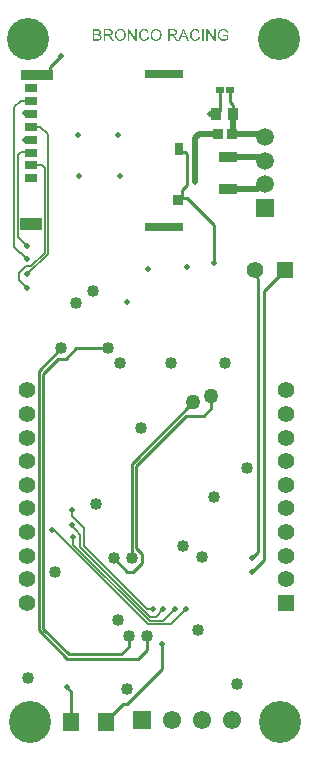
<source format=gbr>
%TF.GenerationSoftware,Altium Limited,Altium Designer,20.0.9 (164)*%
G04 Layer_Physical_Order=1*
G04 Layer_Color=255*
%FSLAX26Y26*%
%MOIN*%
%TF.FileFunction,Copper,L1,Top,Signal*%
%TF.Part,Single*%
G01*
G75*
%TA.AperFunction,SMDPad,CuDef*%
%ADD10R,0.055118X0.059055*%
%ADD11R,0.033465X0.035433*%
%ADD12R,0.025984X0.024409*%
%ADD13R,0.037402X0.041339*%
%TA.AperFunction,ConnectorPad*%
%ADD14R,0.043307X0.027559*%
%ADD15R,0.110236X0.033858*%
%ADD16R,0.129921X0.027559*%
%ADD17R,0.072047X0.044882*%
%ADD18R,0.030709X0.041339*%
%ADD19R,0.036614X0.035433*%
%TA.AperFunction,SMDPad,CuDef*%
%ADD20R,0.062992X0.035433*%
%TA.AperFunction,Conductor*%
%ADD21C,0.010000*%
%ADD22C,0.006000*%
%ADD23C,0.020000*%
%TA.AperFunction,ComponentPad*%
%ADD24R,0.055118X0.055118*%
%ADD25C,0.055118*%
%ADD26C,0.061024*%
%ADD27R,0.061024X0.061024*%
%ADD28C,0.059055*%
%ADD29R,0.059055X0.059055*%
%TA.AperFunction,ViaPad*%
%ADD30C,0.020000*%
%ADD31C,0.040000*%
%ADD32C,0.050000*%
%ADD33C,0.140000*%
G36*
X1632202Y3039655D02*
X1632607D01*
X1633106Y3039593D01*
X1633668Y3039530D01*
X1634292Y3039437D01*
X1635010Y3039312D01*
X1635758Y3039156D01*
X1636538Y3038969D01*
X1637318Y3038719D01*
X1638130Y3038439D01*
X1638972Y3038126D01*
X1639783Y3037721D01*
X1640563Y3037284D01*
X1641312Y3036754D01*
X1641343Y3036722D01*
X1641499Y3036629D01*
X1641686Y3036442D01*
X1641967Y3036223D01*
X1642279Y3035911D01*
X1642654Y3035537D01*
X1643028Y3035100D01*
X1643465Y3034632D01*
X1643933Y3034070D01*
X1644370Y3033447D01*
X1644838Y3032760D01*
X1645274Y3032043D01*
X1645711Y3031231D01*
X1646117Y3030389D01*
X1646491Y3029453D01*
X1646803Y3028486D01*
X1641811Y3027331D01*
Y3027394D01*
X1641749Y3027519D01*
X1641686Y3027737D01*
X1641562Y3028018D01*
X1641437Y3028361D01*
X1641250Y3028767D01*
X1641062Y3029203D01*
X1640813Y3029671D01*
X1640282Y3030670D01*
X1639596Y3031668D01*
X1639222Y3032136D01*
X1638816Y3032604D01*
X1638379Y3033041D01*
X1637911Y3033415D01*
X1637880Y3033447D01*
X1637786Y3033509D01*
X1637662Y3033602D01*
X1637443Y3033727D01*
X1637194Y3033852D01*
X1636913Y3034039D01*
X1636570Y3034195D01*
X1636164Y3034383D01*
X1635727Y3034570D01*
X1635259Y3034726D01*
X1634729Y3034913D01*
X1634167Y3035038D01*
X1633574Y3035162D01*
X1632919Y3035256D01*
X1632264Y3035318D01*
X1631546Y3035350D01*
X1631110D01*
X1630798Y3035318D01*
X1630423Y3035287D01*
X1629986Y3035225D01*
X1629487Y3035162D01*
X1628957Y3035100D01*
X1628395Y3034975D01*
X1627802Y3034819D01*
X1627178Y3034663D01*
X1626554Y3034445D01*
X1625930Y3034227D01*
X1625306Y3033914D01*
X1624714Y3033602D01*
X1624152Y3033228D01*
X1624121Y3033197D01*
X1624027Y3033135D01*
X1623871Y3033010D01*
X1623684Y3032854D01*
X1623434Y3032635D01*
X1623154Y3032354D01*
X1622842Y3032074D01*
X1622530Y3031731D01*
X1622186Y3031325D01*
X1621843Y3030888D01*
X1621469Y3030420D01*
X1621126Y3029921D01*
X1620814Y3029390D01*
X1620502Y3028798D01*
X1620221Y3028174D01*
X1619971Y3027519D01*
Y3027487D01*
X1619909Y3027363D01*
X1619878Y3027175D01*
X1619784Y3026894D01*
X1619690Y3026582D01*
X1619597Y3026177D01*
X1619503Y3025740D01*
X1619378Y3025241D01*
X1619254Y3024711D01*
X1619160Y3024149D01*
X1619066Y3023525D01*
X1618973Y3022901D01*
X1618848Y3021559D01*
X1618786Y3020155D01*
Y3020093D01*
Y3019937D01*
Y3019687D01*
X1618817Y3019344D01*
Y3018907D01*
X1618848Y3018408D01*
X1618910Y3017847D01*
X1618973Y3017254D01*
X1619035Y3016599D01*
X1619129Y3015912D01*
X1619378Y3014477D01*
X1619722Y3013010D01*
X1619940Y3012293D01*
X1620190Y3011575D01*
X1620221Y3011544D01*
X1620252Y3011419D01*
X1620346Y3011232D01*
X1620470Y3010983D01*
X1620626Y3010671D01*
X1620814Y3010327D01*
X1621032Y3009953D01*
X1621282Y3009516D01*
X1621562Y3009079D01*
X1621906Y3008642D01*
X1622280Y3008175D01*
X1622654Y3007738D01*
X1623091Y3007301D01*
X1623559Y3006864D01*
X1624090Y3006490D01*
X1624620Y3006115D01*
X1624651Y3006084D01*
X1624745Y3006053D01*
X1624932Y3005959D01*
X1625150Y3005834D01*
X1625431Y3005710D01*
X1625774Y3005554D01*
X1626149Y3005398D01*
X1626586Y3005242D01*
X1627054Y3005055D01*
X1627553Y3004898D01*
X1628083Y3004742D01*
X1628645Y3004618D01*
X1629238Y3004493D01*
X1629862Y3004399D01*
X1630486Y3004368D01*
X1631141Y3004337D01*
X1631328D01*
X1631546Y3004368D01*
X1631858D01*
X1632233Y3004399D01*
X1632638Y3004462D01*
X1633138Y3004555D01*
X1633637Y3004649D01*
X1634198Y3004774D01*
X1634791Y3004930D01*
X1635384Y3005117D01*
X1635977Y3005367D01*
X1636601Y3005647D01*
X1637194Y3005959D01*
X1637786Y3006334D01*
X1638348Y3006771D01*
X1638379Y3006802D01*
X1638473Y3006895D01*
X1638629Y3007020D01*
X1638816Y3007238D01*
X1639066Y3007488D01*
X1639346Y3007800D01*
X1639658Y3008175D01*
X1639970Y3008611D01*
X1640282Y3009110D01*
X1640626Y3009641D01*
X1640969Y3010234D01*
X1641312Y3010920D01*
X1641624Y3011606D01*
X1641905Y3012387D01*
X1642154Y3013229D01*
X1642373Y3014102D01*
X1647458Y3012823D01*
Y3012792D01*
X1647427Y3012761D01*
Y3012667D01*
X1647396Y3012543D01*
X1647271Y3012231D01*
X1647146Y3011794D01*
X1646959Y3011263D01*
X1646741Y3010671D01*
X1646460Y3009984D01*
X1646117Y3009267D01*
X1645774Y3008518D01*
X1645337Y3007738D01*
X1644869Y3006958D01*
X1644338Y3006146D01*
X1643746Y3005367D01*
X1643122Y3004618D01*
X1642435Y3003931D01*
X1641686Y3003276D01*
X1641624Y3003245D01*
X1641499Y3003151D01*
X1641250Y3002964D01*
X1640938Y3002777D01*
X1640532Y3002527D01*
X1640064Y3002247D01*
X1639502Y3001934D01*
X1638878Y3001654D01*
X1638161Y3001342D01*
X1637381Y3001030D01*
X1636538Y3000749D01*
X1635665Y3000499D01*
X1634698Y3000312D01*
X1633699Y3000156D01*
X1632638Y3000031D01*
X1631546Y3000000D01*
X1631266D01*
X1630954Y3000031D01*
X1630517D01*
X1629986Y3000062D01*
X1629394Y3000125D01*
X1628707Y3000218D01*
X1627958Y3000312D01*
X1627178Y3000437D01*
X1626367Y3000624D01*
X1625525Y3000811D01*
X1624682Y3001061D01*
X1623840Y3001342D01*
X1623029Y3001685D01*
X1622218Y3002059D01*
X1621469Y3002496D01*
X1621438Y3002527D01*
X1621313Y3002621D01*
X1621094Y3002777D01*
X1620845Y3002964D01*
X1620502Y3003245D01*
X1620127Y3003557D01*
X1619722Y3003931D01*
X1619285Y3004368D01*
X1618817Y3004836D01*
X1618318Y3005398D01*
X1617850Y3005990D01*
X1617350Y3006646D01*
X1616882Y3007363D01*
X1616414Y3008143D01*
X1615978Y3008954D01*
X1615572Y3009828D01*
X1615541Y3009890D01*
X1615478Y3010046D01*
X1615385Y3010296D01*
X1615260Y3010671D01*
X1615104Y3011107D01*
X1614917Y3011638D01*
X1614761Y3012231D01*
X1614574Y3012917D01*
X1614355Y3013666D01*
X1614199Y3014446D01*
X1614012Y3015319D01*
X1613856Y3016193D01*
X1613731Y3017129D01*
X1613638Y3018096D01*
X1613575Y3019095D01*
X1613544Y3020124D01*
Y3020155D01*
Y3020186D01*
Y3020280D01*
Y3020405D01*
X1613575Y3020717D01*
Y3021122D01*
X1613606Y3021653D01*
X1613669Y3022246D01*
X1613731Y3022932D01*
X1613825Y3023681D01*
X1613950Y3024461D01*
X1614106Y3025303D01*
X1614293Y3026177D01*
X1614511Y3027050D01*
X1614761Y3027955D01*
X1615073Y3028860D01*
X1615416Y3029734D01*
X1615822Y3030576D01*
X1615853Y3030639D01*
X1615915Y3030763D01*
X1616071Y3031013D01*
X1616258Y3031325D01*
X1616477Y3031668D01*
X1616758Y3032105D01*
X1617101Y3032573D01*
X1617475Y3033103D01*
X1617912Y3033634D01*
X1618411Y3034195D01*
X1618942Y3034757D01*
X1619534Y3035318D01*
X1620158Y3035880D01*
X1620814Y3036379D01*
X1621531Y3036878D01*
X1622311Y3037347D01*
X1622374Y3037378D01*
X1622498Y3037440D01*
X1622748Y3037565D01*
X1623060Y3037721D01*
X1623466Y3037877D01*
X1623934Y3038095D01*
X1624464Y3038314D01*
X1625057Y3038532D01*
X1625743Y3038751D01*
X1626461Y3038938D01*
X1627210Y3039156D01*
X1628052Y3039312D01*
X1628894Y3039468D01*
X1629768Y3039593D01*
X1630704Y3039655D01*
X1631640Y3039686D01*
X1631890D01*
X1632202Y3039655D01*
D02*
G37*
G36*
X1462349Y3039655D02*
X1462754D01*
X1463254Y3039593D01*
X1463815Y3039530D01*
X1464439Y3039437D01*
X1465157Y3039312D01*
X1465906Y3039156D01*
X1466686Y3038969D01*
X1467466Y3038719D01*
X1468277Y3038438D01*
X1469119Y3038126D01*
X1469930Y3037721D01*
X1470710Y3037284D01*
X1471459Y3036754D01*
X1471490Y3036722D01*
X1471646Y3036629D01*
X1471834Y3036442D01*
X1472114Y3036223D01*
X1472426Y3035911D01*
X1472801Y3035537D01*
X1473175Y3035100D01*
X1473612Y3034632D01*
X1474080Y3034070D01*
X1474517Y3033446D01*
X1474985Y3032760D01*
X1475422Y3032042D01*
X1475858Y3031231D01*
X1476264Y3030389D01*
X1476638Y3029453D01*
X1476950Y3028486D01*
X1471958Y3027331D01*
Y3027394D01*
X1471896Y3027518D01*
X1471834Y3027737D01*
X1471709Y3028018D01*
X1471584Y3028361D01*
X1471397Y3028766D01*
X1471210Y3029203D01*
X1470960Y3029671D01*
X1470430Y3030670D01*
X1469743Y3031668D01*
X1469369Y3032136D01*
X1468963Y3032604D01*
X1468526Y3033041D01*
X1468058Y3033415D01*
X1468027Y3033446D01*
X1467934Y3033509D01*
X1467809Y3033602D01*
X1467590Y3033727D01*
X1467341Y3033852D01*
X1467060Y3034039D01*
X1466717Y3034195D01*
X1466311Y3034382D01*
X1465874Y3034570D01*
X1465406Y3034726D01*
X1464876Y3034913D01*
X1464314Y3035038D01*
X1463722Y3035162D01*
X1463066Y3035256D01*
X1462411Y3035318D01*
X1461694Y3035350D01*
X1461257D01*
X1460945Y3035318D01*
X1460570Y3035287D01*
X1460134Y3035225D01*
X1459634Y3035162D01*
X1459104Y3035100D01*
X1458542Y3034975D01*
X1457950Y3034819D01*
X1457326Y3034663D01*
X1456702Y3034445D01*
X1456078Y3034226D01*
X1455454Y3033914D01*
X1454861Y3033602D01*
X1454299Y3033228D01*
X1454268Y3033197D01*
X1454174Y3033134D01*
X1454018Y3033010D01*
X1453831Y3032854D01*
X1453582Y3032635D01*
X1453301Y3032354D01*
X1452989Y3032074D01*
X1452677Y3031730D01*
X1452334Y3031325D01*
X1451990Y3030888D01*
X1451616Y3030420D01*
X1451273Y3029921D01*
X1450961Y3029390D01*
X1450649Y3028798D01*
X1450368Y3028174D01*
X1450118Y3027518D01*
Y3027487D01*
X1450056Y3027362D01*
X1450025Y3027175D01*
X1449931Y3026894D01*
X1449838Y3026582D01*
X1449744Y3026177D01*
X1449650Y3025740D01*
X1449526Y3025241D01*
X1449401Y3024710D01*
X1449307Y3024149D01*
X1449214Y3023525D01*
X1449120Y3022901D01*
X1448995Y3021559D01*
X1448933Y3020155D01*
Y3020093D01*
Y3019937D01*
Y3019687D01*
X1448964Y3019344D01*
Y3018907D01*
X1448995Y3018408D01*
X1449058Y3017846D01*
X1449120Y3017254D01*
X1449182Y3016598D01*
X1449276Y3015912D01*
X1449526Y3014477D01*
X1449869Y3013010D01*
X1450087Y3012293D01*
X1450337Y3011575D01*
X1450368Y3011544D01*
X1450399Y3011419D01*
X1450493Y3011232D01*
X1450618Y3010982D01*
X1450774Y3010670D01*
X1450961Y3010327D01*
X1451179Y3009953D01*
X1451429Y3009516D01*
X1451710Y3009079D01*
X1452053Y3008642D01*
X1452427Y3008174D01*
X1452802Y3007738D01*
X1453238Y3007301D01*
X1453706Y3006864D01*
X1454237Y3006490D01*
X1454767Y3006115D01*
X1454798Y3006084D01*
X1454892Y3006053D01*
X1455079Y3005959D01*
X1455298Y3005834D01*
X1455578Y3005710D01*
X1455922Y3005554D01*
X1456296Y3005398D01*
X1456733Y3005242D01*
X1457201Y3005054D01*
X1457700Y3004898D01*
X1458230Y3004742D01*
X1458792Y3004618D01*
X1459385Y3004493D01*
X1460009Y3004399D01*
X1460633Y3004368D01*
X1461288Y3004337D01*
X1461475D01*
X1461694Y3004368D01*
X1462006D01*
X1462380Y3004399D01*
X1462786Y3004462D01*
X1463285Y3004555D01*
X1463784Y3004649D01*
X1464346Y3004774D01*
X1464938Y3004930D01*
X1465531Y3005117D01*
X1466124Y3005366D01*
X1466748Y3005647D01*
X1467341Y3005959D01*
X1467934Y3006334D01*
X1468495Y3006770D01*
X1468526Y3006802D01*
X1468620Y3006895D01*
X1468776Y3007020D01*
X1468963Y3007238D01*
X1469213Y3007488D01*
X1469494Y3007800D01*
X1469806Y3008174D01*
X1470118Y3008611D01*
X1470430Y3009110D01*
X1470773Y3009641D01*
X1471116Y3010234D01*
X1471459Y3010920D01*
X1471771Y3011606D01*
X1472052Y3012386D01*
X1472302Y3013229D01*
X1472520Y3014102D01*
X1477606Y3012823D01*
Y3012792D01*
X1477574Y3012761D01*
Y3012667D01*
X1477543Y3012542D01*
X1477418Y3012230D01*
X1477294Y3011794D01*
X1477106Y3011263D01*
X1476888Y3010670D01*
X1476607Y3009984D01*
X1476264Y3009266D01*
X1475921Y3008518D01*
X1475484Y3007738D01*
X1475016Y3006958D01*
X1474486Y3006146D01*
X1473893Y3005366D01*
X1473269Y3004618D01*
X1472582Y3003931D01*
X1471834Y3003276D01*
X1471771Y3003245D01*
X1471646Y3003151D01*
X1471397Y3002964D01*
X1471085Y3002777D01*
X1470679Y3002527D01*
X1470211Y3002246D01*
X1469650Y3001934D01*
X1469026Y3001654D01*
X1468308Y3001342D01*
X1467528Y3001030D01*
X1466686Y3000749D01*
X1465812Y3000499D01*
X1464845Y3000312D01*
X1463846Y3000156D01*
X1462786Y3000031D01*
X1461694Y3000000D01*
X1461413D01*
X1461101Y3000031D01*
X1460664D01*
X1460134Y3000062D01*
X1459541Y3000125D01*
X1458854Y3000218D01*
X1458106Y3000312D01*
X1457326Y3000437D01*
X1456514Y3000624D01*
X1455672Y3000811D01*
X1454830Y3001061D01*
X1453987Y3001342D01*
X1453176Y3001685D01*
X1452365Y3002059D01*
X1451616Y3002496D01*
X1451585Y3002527D01*
X1451460Y3002621D01*
X1451242Y3002777D01*
X1450992Y3002964D01*
X1450649Y3003245D01*
X1450274Y3003557D01*
X1449869Y3003931D01*
X1449432Y3004368D01*
X1448964Y3004836D01*
X1448465Y3005398D01*
X1447997Y3005990D01*
X1447498Y3006646D01*
X1447030Y3007363D01*
X1446562Y3008143D01*
X1446125Y3008954D01*
X1445719Y3009828D01*
X1445688Y3009890D01*
X1445626Y3010046D01*
X1445532Y3010296D01*
X1445407Y3010670D01*
X1445251Y3011107D01*
X1445064Y3011638D01*
X1444908Y3012230D01*
X1444721Y3012917D01*
X1444502Y3013666D01*
X1444346Y3014446D01*
X1444159Y3015319D01*
X1444003Y3016193D01*
X1443878Y3017129D01*
X1443785Y3018096D01*
X1443722Y3019094D01*
X1443691Y3020124D01*
Y3020155D01*
Y3020186D01*
Y3020280D01*
Y3020405D01*
X1443722Y3020717D01*
Y3021122D01*
X1443754Y3021653D01*
X1443816Y3022246D01*
X1443878Y3022932D01*
X1443972Y3023681D01*
X1444097Y3024461D01*
X1444253Y3025303D01*
X1444440Y3026177D01*
X1444658Y3027050D01*
X1444908Y3027955D01*
X1445220Y3028860D01*
X1445563Y3029734D01*
X1445969Y3030576D01*
X1446000Y3030638D01*
X1446062Y3030763D01*
X1446218Y3031013D01*
X1446406Y3031325D01*
X1446624Y3031668D01*
X1446905Y3032105D01*
X1447248Y3032573D01*
X1447622Y3033103D01*
X1448059Y3033634D01*
X1448558Y3034195D01*
X1449089Y3034757D01*
X1449682Y3035318D01*
X1450306Y3035880D01*
X1450961Y3036379D01*
X1451678Y3036878D01*
X1452458Y3037346D01*
X1452521Y3037378D01*
X1452646Y3037440D01*
X1452895Y3037565D01*
X1453207Y3037721D01*
X1453613Y3037877D01*
X1454081Y3038095D01*
X1454611Y3038314D01*
X1455204Y3038532D01*
X1455890Y3038750D01*
X1456608Y3038938D01*
X1457357Y3039156D01*
X1458199Y3039312D01*
X1459042Y3039468D01*
X1459915Y3039593D01*
X1460851Y3039655D01*
X1461787Y3039686D01*
X1462037D01*
X1462349Y3039655D01*
D02*
G37*
G36*
X1725989Y3039655D02*
X1726332D01*
X1726769Y3039624D01*
X1727268Y3039562D01*
X1727798Y3039530D01*
X1728360Y3039437D01*
X1728953Y3039343D01*
X1730232Y3039094D01*
X1731542Y3038782D01*
X1732198Y3038563D01*
X1732822Y3038314D01*
X1732853D01*
X1732978Y3038251D01*
X1733134Y3038189D01*
X1733383Y3038064D01*
X1733664Y3037939D01*
X1733976Y3037752D01*
X1734350Y3037565D01*
X1734756Y3037347D01*
X1735598Y3036816D01*
X1736472Y3036161D01*
X1737314Y3035412D01*
X1737720Y3035006D01*
X1738094Y3034570D01*
X1738126Y3034539D01*
X1738188Y3034445D01*
X1738282Y3034320D01*
X1738406Y3034133D01*
X1738562Y3033883D01*
X1738750Y3033602D01*
X1738968Y3033259D01*
X1739186Y3032885D01*
X1739405Y3032448D01*
X1739654Y3031980D01*
X1739873Y3031450D01*
X1740122Y3030888D01*
X1740372Y3030295D01*
X1740590Y3029671D01*
X1740809Y3028985D01*
X1740996Y3028267D01*
X1736441Y3027019D01*
Y3027050D01*
X1736410Y3027144D01*
X1736347Y3027300D01*
X1736285Y3027519D01*
X1736191Y3027737D01*
X1736098Y3028049D01*
X1735973Y3028361D01*
X1735848Y3028704D01*
X1735536Y3029422D01*
X1735162Y3030202D01*
X1734756Y3030950D01*
X1734288Y3031637D01*
Y3031668D01*
X1734226Y3031699D01*
X1734163Y3031793D01*
X1734038Y3031918D01*
X1733758Y3032230D01*
X1733352Y3032604D01*
X1732822Y3033041D01*
X1732198Y3033478D01*
X1731449Y3033914D01*
X1730606Y3034320D01*
X1730575D01*
X1730513Y3034351D01*
X1730357Y3034414D01*
X1730201Y3034476D01*
X1729982Y3034570D01*
X1729702Y3034632D01*
X1729390Y3034726D01*
X1729046Y3034851D01*
X1728672Y3034944D01*
X1728266Y3035038D01*
X1727362Y3035194D01*
X1726363Y3035318D01*
X1725302Y3035350D01*
X1724710D01*
X1724429Y3035318D01*
X1724054Y3035287D01*
X1723680Y3035256D01*
X1723243Y3035225D01*
X1722276Y3035100D01*
X1721278Y3034913D01*
X1720248Y3034632D01*
X1719250Y3034289D01*
X1719218D01*
X1719125Y3034227D01*
X1719000Y3034195D01*
X1718844Y3034102D01*
X1718626Y3033977D01*
X1718376Y3033852D01*
X1717783Y3033540D01*
X1717128Y3033135D01*
X1716473Y3032666D01*
X1715786Y3032105D01*
X1715162Y3031481D01*
X1715131Y3031450D01*
X1715100Y3031419D01*
X1715006Y3031325D01*
X1714913Y3031169D01*
X1714788Y3031013D01*
X1714632Y3030826D01*
X1714289Y3030358D01*
X1713883Y3029796D01*
X1713478Y3029141D01*
X1713103Y3028454D01*
X1712760Y3027675D01*
Y3027643D01*
X1712698Y3027519D01*
X1712635Y3027331D01*
X1712542Y3027050D01*
X1712417Y3026738D01*
X1712292Y3026333D01*
X1712167Y3025896D01*
X1712042Y3025366D01*
X1711886Y3024835D01*
X1711762Y3024242D01*
X1711637Y3023587D01*
X1711512Y3022932D01*
X1711418Y3022215D01*
X1711356Y3021497D01*
X1711325Y3020748D01*
X1711294Y3019968D01*
Y3019906D01*
Y3019750D01*
Y3019469D01*
X1711325Y3019126D01*
X1711356Y3018658D01*
X1711387Y3018159D01*
X1711450Y3017597D01*
X1711512Y3016973D01*
X1711606Y3016287D01*
X1711730Y3015600D01*
X1712042Y3014165D01*
X1712230Y3013447D01*
X1712479Y3012730D01*
X1712729Y3012012D01*
X1713041Y3011357D01*
X1713072Y3011326D01*
X1713134Y3011201D01*
X1713228Y3011045D01*
X1713384Y3010795D01*
X1713571Y3010515D01*
X1713790Y3010171D01*
X1714039Y3009828D01*
X1714351Y3009423D01*
X1714694Y3009017D01*
X1715069Y3008611D01*
X1715506Y3008175D01*
X1715974Y3007738D01*
X1716473Y3007332D01*
X1717003Y3006958D01*
X1717565Y3006583D01*
X1718189Y3006240D01*
X1718220Y3006209D01*
X1718345Y3006178D01*
X1718532Y3006084D01*
X1718782Y3005990D01*
X1719094Y3005866D01*
X1719468Y3005710D01*
X1719905Y3005554D01*
X1720373Y3005429D01*
X1720872Y3005273D01*
X1721434Y3005117D01*
X1722026Y3004961D01*
X1722650Y3004836D01*
X1723992Y3004649D01*
X1724678Y3004618D01*
X1725396Y3004586D01*
X1725708D01*
X1725958Y3004618D01*
X1726270D01*
X1726613Y3004649D01*
X1727018Y3004680D01*
X1727455Y3004742D01*
X1727923Y3004805D01*
X1728422Y3004898D01*
X1729514Y3005117D01*
X1730638Y3005429D01*
X1731823Y3005834D01*
X1731854Y3005866D01*
X1731948Y3005897D01*
X1732135Y3005959D01*
X1732354Y3006053D01*
X1732603Y3006178D01*
X1732915Y3006302D01*
X1733258Y3006490D01*
X1733602Y3006646D01*
X1734382Y3007051D01*
X1735193Y3007519D01*
X1735942Y3008019D01*
X1736316Y3008268D01*
X1736628Y3008549D01*
Y3015694D01*
X1725302D01*
Y3020218D01*
X1741589D01*
Y3005959D01*
X1741558Y3005928D01*
X1741433Y3005834D01*
X1741214Y3005678D01*
X1740934Y3005460D01*
X1740590Y3005242D01*
X1740185Y3004930D01*
X1739717Y3004618D01*
X1739218Y3004306D01*
X1738625Y3003931D01*
X1738032Y3003557D01*
X1737408Y3003182D01*
X1736722Y3002839D01*
X1735286Y3002122D01*
X1734569Y3001810D01*
X1733820Y3001498D01*
X1733789Y3001466D01*
X1733633Y3001435D01*
X1733414Y3001373D01*
X1733134Y3001279D01*
X1732759Y3001155D01*
X1732354Y3001030D01*
X1731854Y3000905D01*
X1731324Y3000749D01*
X1730731Y3000624D01*
X1730107Y3000468D01*
X1729421Y3000343D01*
X1728703Y3000250D01*
X1727237Y3000062D01*
X1726457Y3000031D01*
X1725677Y3000000D01*
X1725427D01*
X1725115Y3000031D01*
X1724710D01*
X1724210Y3000062D01*
X1723649Y3000125D01*
X1722994Y3000187D01*
X1722276Y3000312D01*
X1721496Y3000437D01*
X1720654Y3000593D01*
X1719811Y3000780D01*
X1718938Y3001030D01*
X1718033Y3001279D01*
X1717159Y3001622D01*
X1716254Y3001966D01*
X1715381Y3002403D01*
X1715318Y3002434D01*
X1715194Y3002527D01*
X1714944Y3002652D01*
X1714632Y3002870D01*
X1714226Y3003120D01*
X1713790Y3003401D01*
X1713290Y3003775D01*
X1712791Y3004181D01*
X1712230Y3004649D01*
X1711637Y3005179D01*
X1711075Y3005741D01*
X1710482Y3006365D01*
X1709921Y3007051D01*
X1709359Y3007769D01*
X1708860Y3008549D01*
X1708392Y3009391D01*
X1708361Y3009454D01*
X1708298Y3009610D01*
X1708174Y3009859D01*
X1708018Y3010202D01*
X1707862Y3010639D01*
X1707643Y3011139D01*
X1707456Y3011731D01*
X1707238Y3012387D01*
X1707019Y3013135D01*
X1706801Y3013915D01*
X1706582Y3014758D01*
X1706426Y3015662D01*
X1706270Y3016599D01*
X1706146Y3017597D01*
X1706083Y3018595D01*
X1706052Y3019656D01*
Y3019687D01*
Y3019718D01*
Y3019906D01*
X1706083Y3020218D01*
Y3020592D01*
X1706114Y3021091D01*
X1706177Y3021684D01*
X1706239Y3022339D01*
X1706333Y3023057D01*
X1706458Y3023837D01*
X1706614Y3024648D01*
X1706801Y3025522D01*
X1707050Y3026395D01*
X1707300Y3027331D01*
X1707612Y3028236D01*
X1707986Y3029172D01*
X1708392Y3030077D01*
X1708423Y3030139D01*
X1708517Y3030295D01*
X1708642Y3030545D01*
X1708829Y3030888D01*
X1709078Y3031294D01*
X1709359Y3031731D01*
X1709702Y3032261D01*
X1710108Y3032823D01*
X1710576Y3033384D01*
X1711075Y3033977D01*
X1711606Y3034601D01*
X1712230Y3035194D01*
X1712885Y3035755D01*
X1713571Y3036317D01*
X1714320Y3036847D01*
X1715131Y3037315D01*
X1715194Y3037347D01*
X1715318Y3037409D01*
X1715568Y3037534D01*
X1715911Y3037690D01*
X1716317Y3037877D01*
X1716816Y3038064D01*
X1717409Y3038282D01*
X1718064Y3038501D01*
X1718750Y3038719D01*
X1719530Y3038938D01*
X1720373Y3039125D01*
X1721278Y3039312D01*
X1722214Y3039468D01*
X1723181Y3039593D01*
X1724210Y3039655D01*
X1725271Y3039686D01*
X1725677D01*
X1725989Y3039655D01*
D02*
G37*
G36*
X1698814Y3000655D02*
X1693603D01*
X1673448Y3030794D01*
Y3000655D01*
X1668581D01*
Y3039062D01*
X1673760D01*
X1693946Y3008892D01*
Y3039062D01*
X1698814D01*
Y3000655D01*
D02*
G37*
G36*
X1436609Y3000655D02*
X1431398D01*
X1411243Y3030794D01*
Y3000655D01*
X1406376D01*
Y3039062D01*
X1411555D01*
X1431742Y3008892D01*
Y3039062D01*
X1436609D01*
Y3000655D01*
D02*
G37*
G36*
X1659658Y3000655D02*
X1654572D01*
Y3039062D01*
X1659658D01*
Y3000655D01*
D02*
G37*
G36*
X1610892D02*
X1605120D01*
X1600658Y3012293D01*
X1584590D01*
X1580378Y3000655D01*
X1575012Y3000655D01*
X1589707Y3039062D01*
X1595230D01*
X1610892Y3000655D01*
D02*
G37*
G36*
X1558850Y3039031D02*
X1559318Y3039000D01*
X1559880Y3038969D01*
X1560473Y3038938D01*
X1561721Y3038813D01*
X1563000Y3038626D01*
X1563624Y3038501D01*
X1564248Y3038345D01*
X1564810Y3038189D01*
X1565340Y3038002D01*
X1565371D01*
X1565465Y3037939D01*
X1565590Y3037877D01*
X1565777Y3037814D01*
X1566026Y3037690D01*
X1566276Y3037534D01*
X1566869Y3037159D01*
X1567212Y3036941D01*
X1567555Y3036660D01*
X1567930Y3036348D01*
X1568273Y3036036D01*
X1568616Y3035662D01*
X1568990Y3035256D01*
X1569302Y3034819D01*
X1569614Y3034351D01*
X1569646Y3034320D01*
X1569677Y3034226D01*
X1569770Y3034102D01*
X1569864Y3033883D01*
X1569989Y3033634D01*
X1570114Y3033353D01*
X1570270Y3033010D01*
X1570426Y3032635D01*
X1570582Y3032230D01*
X1570738Y3031793D01*
X1570987Y3030826D01*
X1571174Y3029734D01*
X1571206Y3029172D01*
X1571237Y3028579D01*
Y3028548D01*
Y3028392D01*
X1571206Y3028174D01*
Y3027893D01*
X1571143Y3027550D01*
X1571112Y3027144D01*
X1571018Y3026676D01*
X1570894Y3026177D01*
X1570769Y3025646D01*
X1570582Y3025116D01*
X1570363Y3024523D01*
X1570114Y3023962D01*
X1569802Y3023369D01*
X1569458Y3022776D01*
X1569053Y3022214D01*
X1568585Y3021684D01*
X1568554Y3021653D01*
X1568460Y3021559D01*
X1568304Y3021434D01*
X1568086Y3021247D01*
X1567805Y3020998D01*
X1567462Y3020748D01*
X1567056Y3020467D01*
X1566557Y3020186D01*
X1566026Y3019874D01*
X1565434Y3019594D01*
X1564747Y3019282D01*
X1564030Y3019001D01*
X1563218Y3018720D01*
X1562345Y3018502D01*
X1561409Y3018283D01*
X1560410Y3018127D01*
X1560442D01*
X1560504Y3018096D01*
X1560598Y3018034D01*
X1560754Y3017971D01*
X1561097Y3017753D01*
X1561565Y3017503D01*
X1562064Y3017222D01*
X1562563Y3016879D01*
X1563031Y3016536D01*
X1563468Y3016193D01*
X1563499Y3016162D01*
X1563562Y3016099D01*
X1563686Y3015974D01*
X1563842Y3015818D01*
X1564061Y3015631D01*
X1564279Y3015382D01*
X1564560Y3015101D01*
X1564841Y3014789D01*
X1565153Y3014446D01*
X1565496Y3014071D01*
X1565839Y3013634D01*
X1566182Y3013198D01*
X1566931Y3012199D01*
X1567680Y3011107D01*
X1574326Y3000655D01*
X1567992D01*
X1562906Y3008642D01*
X1562875Y3008674D01*
X1562813Y3008798D01*
X1562688Y3008986D01*
X1562532Y3009204D01*
X1562345Y3009485D01*
X1562126Y3009828D01*
X1561877Y3010202D01*
X1561627Y3010577D01*
X1561034Y3011450D01*
X1560410Y3012324D01*
X1559818Y3013166D01*
X1559506Y3013541D01*
X1559225Y3013915D01*
Y3013946D01*
X1559162Y3014009D01*
X1559100Y3014102D01*
X1558975Y3014227D01*
X1558726Y3014539D01*
X1558351Y3014914D01*
X1557977Y3015350D01*
X1557540Y3015787D01*
X1557072Y3016162D01*
X1556635Y3016474D01*
X1556573Y3016505D01*
X1556448Y3016598D01*
X1556230Y3016723D01*
X1555918Y3016879D01*
X1555574Y3017066D01*
X1555200Y3017254D01*
X1554794Y3017410D01*
X1554358Y3017534D01*
X1554326D01*
X1554202Y3017566D01*
X1553983Y3017597D01*
X1553671Y3017628D01*
X1553297Y3017659D01*
X1552798Y3017690D01*
X1552205Y3017722D01*
X1545653D01*
Y3000655D01*
X1540567D01*
Y3039062D01*
X1558414D01*
X1558850Y3039031D01*
D02*
G37*
G36*
X1344350D02*
X1344818Y3039000D01*
X1345380Y3038969D01*
X1345973Y3038938D01*
X1347221Y3038813D01*
X1348500Y3038626D01*
X1349124Y3038501D01*
X1349748Y3038345D01*
X1350310Y3038189D01*
X1350840Y3038002D01*
X1350871D01*
X1350965Y3037939D01*
X1351090Y3037877D01*
X1351277Y3037814D01*
X1351526Y3037690D01*
X1351776Y3037534D01*
X1352369Y3037159D01*
X1352712Y3036941D01*
X1353055Y3036660D01*
X1353430Y3036348D01*
X1353773Y3036036D01*
X1354116Y3035662D01*
X1354490Y3035256D01*
X1354802Y3034819D01*
X1355114Y3034351D01*
X1355146Y3034320D01*
X1355177Y3034226D01*
X1355270Y3034102D01*
X1355364Y3033883D01*
X1355489Y3033634D01*
X1355614Y3033353D01*
X1355770Y3033010D01*
X1355926Y3032635D01*
X1356082Y3032230D01*
X1356238Y3031793D01*
X1356487Y3030826D01*
X1356674Y3029734D01*
X1356706Y3029172D01*
X1356737Y3028579D01*
Y3028548D01*
Y3028392D01*
X1356706Y3028174D01*
Y3027893D01*
X1356643Y3027550D01*
X1356612Y3027144D01*
X1356518Y3026676D01*
X1356394Y3026177D01*
X1356269Y3025646D01*
X1356082Y3025116D01*
X1355863Y3024523D01*
X1355614Y3023962D01*
X1355302Y3023369D01*
X1354958Y3022776D01*
X1354553Y3022214D01*
X1354085Y3021684D01*
X1354054Y3021653D01*
X1353960Y3021559D01*
X1353804Y3021434D01*
X1353586Y3021247D01*
X1353305Y3020998D01*
X1352962Y3020748D01*
X1352556Y3020467D01*
X1352057Y3020186D01*
X1351526Y3019874D01*
X1350934Y3019594D01*
X1350247Y3019282D01*
X1349530Y3019001D01*
X1348718Y3018720D01*
X1347845Y3018502D01*
X1346909Y3018283D01*
X1345910Y3018127D01*
X1345942D01*
X1346004Y3018096D01*
X1346098Y3018034D01*
X1346254Y3017971D01*
X1346597Y3017753D01*
X1347065Y3017503D01*
X1347564Y3017222D01*
X1348063Y3016879D01*
X1348531Y3016536D01*
X1348968Y3016193D01*
X1348999Y3016162D01*
X1349062Y3016099D01*
X1349186Y3015974D01*
X1349342Y3015818D01*
X1349561Y3015631D01*
X1349779Y3015382D01*
X1350060Y3015101D01*
X1350341Y3014789D01*
X1350653Y3014446D01*
X1350996Y3014071D01*
X1351339Y3013634D01*
X1351682Y3013198D01*
X1352431Y3012199D01*
X1353180Y3011107D01*
X1359826Y3000655D01*
X1353492D01*
X1348406Y3008642D01*
X1348375Y3008674D01*
X1348313Y3008798D01*
X1348188Y3008986D01*
X1348032Y3009204D01*
X1347845Y3009485D01*
X1347626Y3009828D01*
X1347377Y3010202D01*
X1347127Y3010577D01*
X1346534Y3011450D01*
X1345910Y3012324D01*
X1345318Y3013166D01*
X1345006Y3013541D01*
X1344725Y3013915D01*
Y3013946D01*
X1344662Y3014009D01*
X1344600Y3014102D01*
X1344475Y3014227D01*
X1344226Y3014539D01*
X1343851Y3014914D01*
X1343477Y3015350D01*
X1343040Y3015787D01*
X1342572Y3016162D01*
X1342135Y3016474D01*
X1342073Y3016505D01*
X1341948Y3016598D01*
X1341730Y3016723D01*
X1341418Y3016879D01*
X1341074Y3017066D01*
X1340700Y3017254D01*
X1340294Y3017410D01*
X1339858Y3017534D01*
X1339826D01*
X1339702Y3017566D01*
X1339483Y3017597D01*
X1339171Y3017628D01*
X1338797Y3017659D01*
X1338298Y3017690D01*
X1337705Y3017722D01*
X1331153D01*
Y3000655D01*
X1326067D01*
Y3039062D01*
X1343914D01*
X1344350Y3039031D01*
D02*
G37*
G36*
X1305101D02*
X1305475D01*
X1305912Y3039000D01*
X1306380Y3038969D01*
X1306910Y3038906D01*
X1308034Y3038782D01*
X1309219Y3038563D01*
X1310374Y3038282D01*
X1310904Y3038095D01*
X1311434Y3037877D01*
X1311466D01*
X1311559Y3037814D01*
X1311684Y3037752D01*
X1311871Y3037658D01*
X1312090Y3037534D01*
X1312339Y3037378D01*
X1312963Y3037003D01*
X1313618Y3036504D01*
X1314305Y3035880D01*
X1314991Y3035131D01*
X1315584Y3034289D01*
X1315615Y3034258D01*
X1315646Y3034195D01*
X1315740Y3034039D01*
X1315834Y3033883D01*
X1315927Y3033634D01*
X1316083Y3033384D01*
X1316208Y3033072D01*
X1316364Y3032729D01*
X1316645Y3031980D01*
X1316863Y3031106D01*
X1317050Y3030170D01*
X1317082Y3029702D01*
X1317113Y3029203D01*
Y3029172D01*
Y3029110D01*
Y3028954D01*
X1317082Y3028798D01*
Y3028579D01*
X1317050Y3028298D01*
X1316988Y3028018D01*
X1316957Y3027706D01*
X1316801Y3026988D01*
X1316551Y3026208D01*
X1316208Y3025397D01*
X1316021Y3024960D01*
X1315771Y3024554D01*
Y3024523D01*
X1315709Y3024461D01*
X1315615Y3024336D01*
X1315522Y3024180D01*
X1315366Y3024024D01*
X1315210Y3023806D01*
X1314991Y3023556D01*
X1314773Y3023306D01*
X1314492Y3023026D01*
X1314211Y3022745D01*
X1313868Y3022464D01*
X1313494Y3022152D01*
X1313119Y3021871D01*
X1312682Y3021590D01*
X1312246Y3021310D01*
X1311746Y3021060D01*
X1311778D01*
X1311902Y3020998D01*
X1312090Y3020935D01*
X1312308Y3020873D01*
X1312620Y3020748D01*
X1312932Y3020592D01*
X1313306Y3020436D01*
X1313712Y3020249D01*
X1314586Y3019750D01*
X1315022Y3019469D01*
X1315459Y3019157D01*
X1315896Y3018814D01*
X1316302Y3018439D01*
X1316707Y3018002D01*
X1317082Y3017566D01*
X1317113Y3017534D01*
X1317175Y3017441D01*
X1317269Y3017316D01*
X1317394Y3017129D01*
X1317518Y3016879D01*
X1317674Y3016598D01*
X1317862Y3016286D01*
X1318049Y3015912D01*
X1318205Y3015506D01*
X1318392Y3015070D01*
X1318548Y3014602D01*
X1318704Y3014071D01*
X1318798Y3013541D01*
X1318891Y3012979D01*
X1318954Y3012386D01*
X1318985Y3011762D01*
Y3011731D01*
Y3011638D01*
Y3011513D01*
X1318954Y3011294D01*
Y3011076D01*
X1318922Y3010795D01*
X1318891Y3010452D01*
X1318829Y3010109D01*
X1318704Y3009329D01*
X1318486Y3008486D01*
X1318205Y3007613D01*
X1317830Y3006739D01*
Y3006708D01*
X1317768Y3006646D01*
X1317706Y3006521D01*
X1317612Y3006365D01*
X1317518Y3006178D01*
X1317362Y3005959D01*
X1317050Y3005429D01*
X1316645Y3004867D01*
X1316146Y3004274D01*
X1315584Y3003682D01*
X1314991Y3003182D01*
X1314960D01*
X1314929Y3003120D01*
X1314835Y3003058D01*
X1314679Y3002964D01*
X1314523Y3002870D01*
X1314336Y3002746D01*
X1314118Y3002621D01*
X1313837Y3002465D01*
X1313244Y3002184D01*
X1312526Y3001841D01*
X1311715Y3001560D01*
X1310810Y3001279D01*
X1310779D01*
X1310686Y3001248D01*
X1310561Y3001217D01*
X1310374Y3001186D01*
X1310124Y3001123D01*
X1309812Y3001092D01*
X1309469Y3001030D01*
X1309094Y3000967D01*
X1308658Y3000905D01*
X1308190Y3000842D01*
X1307690Y3000811D01*
X1307129Y3000749D01*
X1306567Y3000718D01*
X1305943Y3000686D01*
X1304633Y3000655D01*
X1290000D01*
Y3039062D01*
X1304820D01*
X1305101Y3039031D01*
D02*
G37*
G36*
X1501224Y3039718D02*
X1501598D01*
X1502066Y3039686D01*
X1502597Y3039624D01*
X1503221Y3039530D01*
X1503876Y3039437D01*
X1504594Y3039281D01*
X1505374Y3039125D01*
X1506154Y3038906D01*
X1506965Y3038657D01*
X1507807Y3038376D01*
X1508650Y3038033D01*
X1509461Y3037627D01*
X1510272Y3037190D01*
X1510334Y3037159D01*
X1510459Y3037066D01*
X1510678Y3036941D01*
X1510990Y3036722D01*
X1511333Y3036473D01*
X1511738Y3036161D01*
X1512206Y3035786D01*
X1512706Y3035350D01*
X1513205Y3034882D01*
X1513735Y3034351D01*
X1514297Y3033758D01*
X1514827Y3033134D01*
X1515358Y3032448D01*
X1515857Y3031730D01*
X1516356Y3030950D01*
X1516793Y3030108D01*
X1516824Y3030046D01*
X1516886Y3029890D01*
X1517011Y3029640D01*
X1517136Y3029297D01*
X1517323Y3028891D01*
X1517510Y3028361D01*
X1517698Y3027768D01*
X1517916Y3027113D01*
X1518134Y3026364D01*
X1518322Y3025584D01*
X1518509Y3024742D01*
X1518696Y3023837D01*
X1518821Y3022870D01*
X1518946Y3021871D01*
X1519008Y3020842D01*
X1519039Y3019781D01*
Y3019750D01*
Y3019718D01*
Y3019625D01*
Y3019531D01*
Y3019219D01*
X1519008Y3018814D01*
X1518977Y3018283D01*
X1518914Y3017690D01*
X1518852Y3017035D01*
X1518758Y3016286D01*
X1518634Y3015506D01*
X1518446Y3014664D01*
X1518259Y3013790D01*
X1518041Y3012917D01*
X1517760Y3012012D01*
X1517448Y3011107D01*
X1517074Y3010202D01*
X1516668Y3009329D01*
X1516637Y3009266D01*
X1516543Y3009142D01*
X1516418Y3008892D01*
X1516231Y3008580D01*
X1515982Y3008206D01*
X1515701Y3007769D01*
X1515326Y3007270D01*
X1514952Y3006739D01*
X1514484Y3006178D01*
X1513985Y3005616D01*
X1513423Y3005023D01*
X1512830Y3004462D01*
X1512175Y3003900D01*
X1511489Y3003338D01*
X1510740Y3002839D01*
X1509960Y3002371D01*
X1509898Y3002340D01*
X1509773Y3002278D01*
X1509523Y3002153D01*
X1509211Y3001997D01*
X1508806Y3001810D01*
X1508338Y3001622D01*
X1507807Y3001404D01*
X1507183Y3001186D01*
X1506528Y3000967D01*
X1505810Y3000749D01*
X1505030Y3000562D01*
X1504219Y3000374D01*
X1503377Y3000218D01*
X1502503Y3000094D01*
X1501598Y3000031D01*
X1500662Y3000000D01*
X1500413D01*
X1500132Y3000031D01*
X1499758D01*
X1499258Y3000094D01*
X1498728Y3000125D01*
X1498104Y3000218D01*
X1497418Y3000312D01*
X1496669Y3000468D01*
X1495920Y3000624D01*
X1495109Y3000842D01*
X1494266Y3001092D01*
X1493455Y3001404D01*
X1492613Y3001747D01*
X1491770Y3002122D01*
X1490959Y3002590D01*
X1490897Y3002621D01*
X1490772Y3002714D01*
X1490554Y3002870D01*
X1490273Y3003058D01*
X1489898Y3003338D01*
X1489493Y3003650D01*
X1489056Y3004025D01*
X1488557Y3004462D01*
X1488058Y3004961D01*
X1487527Y3005491D01*
X1486997Y3006084D01*
X1486435Y3006708D01*
X1485905Y3007394D01*
X1485406Y3008143D01*
X1484938Y3008923D01*
X1484501Y3009734D01*
X1484470Y3009797D01*
X1484407Y3009953D01*
X1484314Y3010202D01*
X1484158Y3010514D01*
X1484002Y3010951D01*
X1483814Y3011450D01*
X1483627Y3012012D01*
X1483409Y3012636D01*
X1483222Y3013322D01*
X1483003Y3014071D01*
X1482816Y3014882D01*
X1482660Y3015725D01*
X1482504Y3016567D01*
X1482410Y3017472D01*
X1482348Y3018408D01*
X1482317Y3019344D01*
Y3019375D01*
Y3019469D01*
Y3019594D01*
Y3019781D01*
X1482348Y3019999D01*
Y3020280D01*
X1482379Y3020561D01*
X1482410Y3020935D01*
X1482442Y3021310D01*
X1482473Y3021746D01*
X1482598Y3022651D01*
X1482754Y3023681D01*
X1482972Y3024804D01*
X1483222Y3025990D01*
X1483565Y3027206D01*
X1483970Y3028454D01*
X1484470Y3029702D01*
X1485062Y3030919D01*
X1485749Y3032136D01*
X1486529Y3033259D01*
X1487434Y3034320D01*
X1487465Y3034351D01*
X1487496Y3034382D01*
X1487683Y3034570D01*
X1487964Y3034819D01*
X1488370Y3035162D01*
X1488869Y3035568D01*
X1489493Y3036036D01*
X1490210Y3036535D01*
X1491022Y3037034D01*
X1491926Y3037534D01*
X1492925Y3038033D01*
X1494017Y3038501D01*
X1495202Y3038906D01*
X1496450Y3039250D01*
X1497792Y3039530D01*
X1499196Y3039686D01*
X1499945Y3039749D01*
X1500943D01*
X1501224Y3039718D01*
D02*
G37*
G36*
X1382071D02*
X1382446D01*
X1382914Y3039686D01*
X1383444Y3039624D01*
X1384068Y3039530D01*
X1384723Y3039437D01*
X1385441Y3039281D01*
X1386221Y3039125D01*
X1387001Y3038906D01*
X1387812Y3038657D01*
X1388654Y3038376D01*
X1389497Y3038033D01*
X1390308Y3037627D01*
X1391119Y3037190D01*
X1391182Y3037159D01*
X1391306Y3037066D01*
X1391525Y3036941D01*
X1391837Y3036722D01*
X1392180Y3036473D01*
X1392586Y3036161D01*
X1393054Y3035786D01*
X1393553Y3035350D01*
X1394052Y3034882D01*
X1394582Y3034351D01*
X1395144Y3033758D01*
X1395674Y3033134D01*
X1396205Y3032448D01*
X1396704Y3031730D01*
X1397203Y3030950D01*
X1397640Y3030108D01*
X1397671Y3030046D01*
X1397734Y3029890D01*
X1397858Y3029640D01*
X1397983Y3029297D01*
X1398170Y3028891D01*
X1398358Y3028361D01*
X1398545Y3027768D01*
X1398763Y3027113D01*
X1398982Y3026364D01*
X1399169Y3025584D01*
X1399356Y3024742D01*
X1399543Y3023837D01*
X1399668Y3022870D01*
X1399793Y3021871D01*
X1399855Y3020842D01*
X1399886Y3019781D01*
Y3019750D01*
Y3019718D01*
Y3019625D01*
Y3019531D01*
Y3019219D01*
X1399855Y3018814D01*
X1399824Y3018283D01*
X1399762Y3017690D01*
X1399699Y3017035D01*
X1399606Y3016286D01*
X1399481Y3015506D01*
X1399294Y3014664D01*
X1399106Y3013790D01*
X1398888Y3012917D01*
X1398607Y3012012D01*
X1398295Y3011107D01*
X1397921Y3010202D01*
X1397515Y3009329D01*
X1397484Y3009266D01*
X1397390Y3009142D01*
X1397266Y3008892D01*
X1397078Y3008580D01*
X1396829Y3008206D01*
X1396548Y3007769D01*
X1396174Y3007270D01*
X1395799Y3006739D01*
X1395331Y3006178D01*
X1394832Y3005616D01*
X1394270Y3005023D01*
X1393678Y3004462D01*
X1393022Y3003900D01*
X1392336Y3003338D01*
X1391587Y3002839D01*
X1390807Y3002371D01*
X1390745Y3002340D01*
X1390620Y3002278D01*
X1390370Y3002153D01*
X1390058Y3001997D01*
X1389653Y3001810D01*
X1389185Y3001622D01*
X1388654Y3001404D01*
X1388030Y3001186D01*
X1387375Y3000967D01*
X1386658Y3000749D01*
X1385878Y3000562D01*
X1385066Y3000374D01*
X1384224Y3000218D01*
X1383350Y3000094D01*
X1382446Y3000031D01*
X1381510Y3000000D01*
X1381260D01*
X1380979Y3000031D01*
X1380605D01*
X1380106Y3000094D01*
X1379575Y3000125D01*
X1378951Y3000218D01*
X1378265Y3000312D01*
X1377516Y3000468D01*
X1376767Y3000624D01*
X1375956Y3000842D01*
X1375114Y3001092D01*
X1374302Y3001404D01*
X1373460Y3001747D01*
X1372618Y3002122D01*
X1371806Y3002590D01*
X1371744Y3002621D01*
X1371619Y3002714D01*
X1371401Y3002870D01*
X1371120Y3003058D01*
X1370746Y3003338D01*
X1370340Y3003650D01*
X1369903Y3004025D01*
X1369404Y3004462D01*
X1368905Y3004961D01*
X1368374Y3005491D01*
X1367844Y3006084D01*
X1367282Y3006708D01*
X1366752Y3007394D01*
X1366253Y3008143D01*
X1365785Y3008923D01*
X1365348Y3009734D01*
X1365317Y3009797D01*
X1365254Y3009953D01*
X1365161Y3010202D01*
X1365005Y3010514D01*
X1364849Y3010951D01*
X1364662Y3011450D01*
X1364474Y3012012D01*
X1364256Y3012636D01*
X1364069Y3013322D01*
X1363850Y3014071D01*
X1363663Y3014882D01*
X1363507Y3015725D01*
X1363351Y3016567D01*
X1363258Y3017472D01*
X1363195Y3018408D01*
X1363164Y3019344D01*
Y3019375D01*
Y3019469D01*
Y3019594D01*
Y3019781D01*
X1363195Y3019999D01*
Y3020280D01*
X1363226Y3020561D01*
X1363258Y3020935D01*
X1363289Y3021310D01*
X1363320Y3021746D01*
X1363445Y3022651D01*
X1363601Y3023681D01*
X1363819Y3024804D01*
X1364069Y3025990D01*
X1364412Y3027206D01*
X1364818Y3028454D01*
X1365317Y3029702D01*
X1365910Y3030919D01*
X1366596Y3032136D01*
X1367376Y3033259D01*
X1368281Y3034320D01*
X1368312Y3034351D01*
X1368343Y3034382D01*
X1368530Y3034570D01*
X1368811Y3034819D01*
X1369217Y3035162D01*
X1369716Y3035568D01*
X1370340Y3036036D01*
X1371058Y3036535D01*
X1371869Y3037034D01*
X1372774Y3037534D01*
X1373772Y3038033D01*
X1374864Y3038501D01*
X1376050Y3038906D01*
X1377298Y3039250D01*
X1378639Y3039530D01*
X1380043Y3039686D01*
X1380792Y3039749D01*
X1381790D01*
X1382071Y3039718D01*
D02*
G37*
%LPC*%
G36*
X1592328Y3035038D02*
Y3035006D01*
X1592297Y3034882D01*
X1592266Y3034663D01*
X1592203Y3034414D01*
X1592110Y3034070D01*
X1592016Y3033665D01*
X1591922Y3033228D01*
X1591798Y3032729D01*
X1591642Y3032198D01*
X1591486Y3031606D01*
X1591330Y3031013D01*
X1591142Y3030358D01*
X1590737Y3029047D01*
X1590269Y3027675D01*
X1586026Y3016443D01*
X1599067D01*
X1595074Y3027050D01*
X1595042Y3027113D01*
X1594980Y3027269D01*
X1594886Y3027519D01*
X1594762Y3027862D01*
X1594606Y3028267D01*
X1594450Y3028735D01*
X1594262Y3029297D01*
X1594044Y3029858D01*
X1593826Y3030483D01*
X1593607Y3031138D01*
X1593139Y3032448D01*
X1592702Y3033790D01*
X1592515Y3034445D01*
X1592328Y3035038D01*
D02*
G37*
G36*
X1557790Y3034819D02*
X1545653D01*
Y3022121D01*
X1557134D01*
X1557415Y3022152D01*
X1557758D01*
X1558133Y3022183D01*
X1558538Y3022214D01*
X1559412Y3022308D01*
X1560317Y3022433D01*
X1561190Y3022589D01*
X1561596Y3022714D01*
X1561970Y3022838D01*
X1562002D01*
X1562064Y3022870D01*
X1562158Y3022901D01*
X1562282Y3022963D01*
X1562657Y3023150D01*
X1563094Y3023400D01*
X1563562Y3023712D01*
X1564061Y3024118D01*
X1564529Y3024586D01*
X1564966Y3025116D01*
Y3025147D01*
X1564997Y3025178D01*
X1565059Y3025272D01*
X1565122Y3025397D01*
X1565278Y3025709D01*
X1565496Y3026146D01*
X1565683Y3026676D01*
X1565839Y3027238D01*
X1565964Y3027893D01*
X1565995Y3028579D01*
Y3028610D01*
Y3028704D01*
Y3028829D01*
X1565964Y3029047D01*
X1565933Y3029266D01*
X1565902Y3029546D01*
X1565839Y3029827D01*
X1565746Y3030170D01*
X1565496Y3030857D01*
X1565340Y3031231D01*
X1565153Y3031606D01*
X1564934Y3031980D01*
X1564654Y3032354D01*
X1564342Y3032698D01*
X1563998Y3033041D01*
X1563967Y3033072D01*
X1563905Y3033103D01*
X1563780Y3033197D01*
X1563624Y3033322D01*
X1563406Y3033446D01*
X1563156Y3033602D01*
X1562844Y3033758D01*
X1562501Y3033946D01*
X1562064Y3034102D01*
X1561627Y3034258D01*
X1561097Y3034414D01*
X1560566Y3034538D01*
X1559942Y3034663D01*
X1559287Y3034757D01*
X1558570Y3034788D01*
X1557790Y3034819D01*
D02*
G37*
G36*
X1343290D02*
X1331153D01*
Y3022121D01*
X1342634D01*
X1342915Y3022152D01*
X1343258D01*
X1343633Y3022183D01*
X1344038Y3022214D01*
X1344912Y3022308D01*
X1345817Y3022433D01*
X1346690Y3022589D01*
X1347096Y3022714D01*
X1347470Y3022838D01*
X1347502D01*
X1347564Y3022870D01*
X1347658Y3022901D01*
X1347782Y3022963D01*
X1348157Y3023150D01*
X1348594Y3023400D01*
X1349062Y3023712D01*
X1349561Y3024118D01*
X1350029Y3024586D01*
X1350466Y3025116D01*
Y3025147D01*
X1350497Y3025178D01*
X1350559Y3025272D01*
X1350622Y3025397D01*
X1350778Y3025709D01*
X1350996Y3026146D01*
X1351183Y3026676D01*
X1351339Y3027238D01*
X1351464Y3027893D01*
X1351495Y3028579D01*
Y3028610D01*
Y3028704D01*
Y3028829D01*
X1351464Y3029047D01*
X1351433Y3029266D01*
X1351402Y3029546D01*
X1351339Y3029827D01*
X1351246Y3030170D01*
X1350996Y3030857D01*
X1350840Y3031231D01*
X1350653Y3031606D01*
X1350434Y3031980D01*
X1350154Y3032354D01*
X1349842Y3032698D01*
X1349498Y3033041D01*
X1349467Y3033072D01*
X1349405Y3033103D01*
X1349280Y3033197D01*
X1349124Y3033322D01*
X1348906Y3033446D01*
X1348656Y3033602D01*
X1348344Y3033758D01*
X1348001Y3033946D01*
X1347564Y3034102D01*
X1347127Y3034258D01*
X1346597Y3034414D01*
X1346066Y3034538D01*
X1345442Y3034663D01*
X1344787Y3034757D01*
X1344070Y3034788D01*
X1343290Y3034819D01*
D02*
G37*
G36*
X1303478Y3034538D02*
X1295086D01*
Y3022901D01*
X1304196D01*
X1304508Y3022932D01*
X1304851D01*
X1305226Y3022963D01*
X1306037Y3022994D01*
X1306848Y3023088D01*
X1307597Y3023182D01*
X1307940Y3023275D01*
X1308221Y3023338D01*
X1308252D01*
X1308314Y3023369D01*
X1308408Y3023400D01*
X1308533Y3023462D01*
X1308876Y3023587D01*
X1309313Y3023774D01*
X1309781Y3024055D01*
X1310249Y3024367D01*
X1310717Y3024773D01*
X1311122Y3025241D01*
Y3025272D01*
X1311154Y3025303D01*
X1311278Y3025490D01*
X1311434Y3025771D01*
X1311622Y3026177D01*
X1311809Y3026645D01*
X1311965Y3027238D01*
X1312090Y3027893D01*
X1312121Y3028610D01*
Y3028642D01*
Y3028704D01*
Y3028798D01*
Y3028922D01*
X1312058Y3029297D01*
X1311996Y3029765D01*
X1311902Y3030295D01*
X1311715Y3030857D01*
X1311497Y3031418D01*
X1311185Y3031980D01*
Y3032011D01*
X1311154Y3032042D01*
X1311029Y3032230D01*
X1310810Y3032479D01*
X1310530Y3032791D01*
X1310155Y3033103D01*
X1309687Y3033446D01*
X1309157Y3033727D01*
X1308564Y3033977D01*
X1308533D01*
X1308470Y3034008D01*
X1308377Y3034039D01*
X1308252Y3034070D01*
X1308034Y3034102D01*
X1307815Y3034164D01*
X1307534Y3034195D01*
X1307191Y3034258D01*
X1306817Y3034320D01*
X1306411Y3034351D01*
X1305912Y3034414D01*
X1305382Y3034445D01*
X1304820Y3034476D01*
X1304165Y3034507D01*
X1303478Y3034538D01*
D02*
G37*
G36*
X1304602Y3018377D02*
X1295086D01*
Y3005179D01*
X1305475D01*
X1306006Y3005210D01*
X1306567D01*
X1307129Y3005242D01*
X1307659Y3005273D01*
X1307909Y3005304D01*
X1308096Y3005335D01*
X1308127D01*
X1308190Y3005366D01*
X1308252D01*
X1308377Y3005398D01*
X1308720Y3005460D01*
X1309126Y3005585D01*
X1309594Y3005710D01*
X1310062Y3005897D01*
X1310561Y3006115D01*
X1311029Y3006365D01*
X1311091Y3006396D01*
X1311216Y3006490D01*
X1311434Y3006677D01*
X1311715Y3006926D01*
X1312027Y3007207D01*
X1312339Y3007582D01*
X1312651Y3008018D01*
X1312963Y3008518D01*
Y3008549D01*
X1312994Y3008580D01*
X1313088Y3008767D01*
X1313213Y3009048D01*
X1313369Y3009454D01*
X1313494Y3009922D01*
X1313618Y3010483D01*
X1313712Y3011107D01*
X1313743Y3011762D01*
Y3011794D01*
Y3011856D01*
Y3011981D01*
X1313712Y3012137D01*
Y3012324D01*
X1313681Y3012542D01*
X1313618Y3013042D01*
X1313462Y3013603D01*
X1313275Y3014227D01*
X1312994Y3014882D01*
X1312620Y3015475D01*
Y3015506D01*
X1312558Y3015538D01*
X1312402Y3015725D01*
X1312152Y3016006D01*
X1311809Y3016349D01*
X1311372Y3016723D01*
X1310842Y3017098D01*
X1310218Y3017441D01*
X1309531Y3017722D01*
X1309500D01*
X1309438Y3017753D01*
X1309344Y3017784D01*
X1309188Y3017815D01*
X1308970Y3017878D01*
X1308720Y3017940D01*
X1308439Y3018002D01*
X1308096Y3018065D01*
X1307722Y3018096D01*
X1307316Y3018158D01*
X1306848Y3018221D01*
X1306349Y3018283D01*
X1305818Y3018314D01*
X1305226Y3018346D01*
X1304602Y3018377D01*
D02*
G37*
G36*
X1500725Y3035381D02*
X1500475D01*
X1500194Y3035350D01*
X1499820Y3035318D01*
X1499352Y3035256D01*
X1498822Y3035194D01*
X1498198Y3035069D01*
X1497542Y3034913D01*
X1496825Y3034726D01*
X1496076Y3034476D01*
X1495327Y3034164D01*
X1494516Y3033821D01*
X1493736Y3033384D01*
X1492956Y3032885D01*
X1492176Y3032323D01*
X1491427Y3031668D01*
X1491396Y3031637D01*
X1491271Y3031481D01*
X1491084Y3031262D01*
X1490834Y3030950D01*
X1490522Y3030545D01*
X1490210Y3030046D01*
X1489867Y3029422D01*
X1489493Y3028735D01*
X1489118Y3027924D01*
X1488775Y3027019D01*
X1488463Y3025990D01*
X1488151Y3024866D01*
X1487902Y3023650D01*
X1487714Y3022308D01*
X1487590Y3020842D01*
X1487558Y3019282D01*
Y3019250D01*
Y3019188D01*
Y3019094D01*
Y3018970D01*
Y3018814D01*
X1487590Y3018626D01*
X1487621Y3018127D01*
X1487683Y3017534D01*
X1487746Y3016879D01*
X1487870Y3016130D01*
X1488026Y3015319D01*
X1488214Y3014446D01*
X1488463Y3013541D01*
X1488775Y3012636D01*
X1489118Y3011731D01*
X1489555Y3010826D01*
X1490054Y3009953D01*
X1490616Y3009110D01*
X1491271Y3008330D01*
X1491302Y3008299D01*
X1491458Y3008174D01*
X1491646Y3007956D01*
X1491958Y3007706D01*
X1492301Y3007394D01*
X1492738Y3007082D01*
X1493268Y3006708D01*
X1493861Y3006334D01*
X1494485Y3005959D01*
X1495202Y3005616D01*
X1495982Y3005273D01*
X1496794Y3004961D01*
X1497698Y3004711D01*
X1498603Y3004524D01*
X1499602Y3004368D01*
X1500631Y3004337D01*
X1500881D01*
X1501193Y3004368D01*
X1501598Y3004399D01*
X1502066Y3004462D01*
X1502659Y3004555D01*
X1503283Y3004680D01*
X1503970Y3004836D01*
X1504687Y3005054D01*
X1505467Y3005335D01*
X1506247Y3005647D01*
X1507027Y3006022D01*
X1507838Y3006490D01*
X1508618Y3007020D01*
X1509367Y3007644D01*
X1510085Y3008362D01*
X1510116Y3008424D01*
X1510241Y3008549D01*
X1510428Y3008798D01*
X1510678Y3009110D01*
X1510958Y3009516D01*
X1511270Y3010015D01*
X1511582Y3010608D01*
X1511957Y3011294D01*
X1512300Y3012074D01*
X1512612Y3012917D01*
X1512924Y3013853D01*
X1513205Y3014882D01*
X1513454Y3016006D01*
X1513642Y3017191D01*
X1513766Y3018470D01*
X1513798Y3019812D01*
Y3019874D01*
Y3020030D01*
Y3020280D01*
X1513766Y3020592D01*
X1513735Y3020998D01*
X1513704Y3021497D01*
X1513673Y3022027D01*
X1513610Y3022620D01*
X1513517Y3023244D01*
X1513423Y3023899D01*
X1513142Y3025272D01*
X1512955Y3025958D01*
X1512737Y3026676D01*
X1512487Y3027362D01*
X1512206Y3028018D01*
X1512175Y3028049D01*
X1512144Y3028174D01*
X1512050Y3028361D01*
X1511926Y3028610D01*
X1511738Y3028891D01*
X1511551Y3029234D01*
X1511302Y3029609D01*
X1511021Y3030014D01*
X1510709Y3030451D01*
X1510366Y3030888D01*
X1509991Y3031325D01*
X1509586Y3031793D01*
X1509118Y3032230D01*
X1508650Y3032666D01*
X1508119Y3033072D01*
X1507558Y3033446D01*
X1507526Y3033478D01*
X1507433Y3033540D01*
X1507246Y3033634D01*
X1507027Y3033758D01*
X1506746Y3033883D01*
X1506403Y3034070D01*
X1505998Y3034226D01*
X1505561Y3034414D01*
X1505062Y3034601D01*
X1504531Y3034757D01*
X1503970Y3034944D01*
X1503377Y3035069D01*
X1502753Y3035194D01*
X1502098Y3035287D01*
X1501411Y3035350D01*
X1500725Y3035381D01*
D02*
G37*
G36*
X1381572D02*
X1381322D01*
X1381042Y3035350D01*
X1380667Y3035318D01*
X1380199Y3035256D01*
X1379669Y3035194D01*
X1379045Y3035069D01*
X1378390Y3034913D01*
X1377672Y3034726D01*
X1376923Y3034476D01*
X1376174Y3034164D01*
X1375363Y3033821D01*
X1374583Y3033384D01*
X1373803Y3032885D01*
X1373023Y3032323D01*
X1372274Y3031668D01*
X1372243Y3031637D01*
X1372118Y3031481D01*
X1371931Y3031262D01*
X1371682Y3030950D01*
X1371370Y3030545D01*
X1371058Y3030046D01*
X1370714Y3029422D01*
X1370340Y3028735D01*
X1369966Y3027924D01*
X1369622Y3027019D01*
X1369310Y3025990D01*
X1368998Y3024866D01*
X1368749Y3023650D01*
X1368562Y3022308D01*
X1368437Y3020842D01*
X1368406Y3019282D01*
Y3019250D01*
Y3019188D01*
Y3019094D01*
Y3018970D01*
Y3018814D01*
X1368437Y3018626D01*
X1368468Y3018127D01*
X1368530Y3017534D01*
X1368593Y3016879D01*
X1368718Y3016130D01*
X1368874Y3015319D01*
X1369061Y3014446D01*
X1369310Y3013541D01*
X1369622Y3012636D01*
X1369966Y3011731D01*
X1370402Y3010826D01*
X1370902Y3009953D01*
X1371463Y3009110D01*
X1372118Y3008330D01*
X1372150Y3008299D01*
X1372306Y3008174D01*
X1372493Y3007956D01*
X1372805Y3007706D01*
X1373148Y3007394D01*
X1373585Y3007082D01*
X1374115Y3006708D01*
X1374708Y3006334D01*
X1375332Y3005959D01*
X1376050Y3005616D01*
X1376830Y3005273D01*
X1377641Y3004961D01*
X1378546Y3004711D01*
X1379450Y3004524D01*
X1380449Y3004368D01*
X1381478Y3004337D01*
X1381728D01*
X1382040Y3004368D01*
X1382446Y3004399D01*
X1382914Y3004462D01*
X1383506Y3004555D01*
X1384130Y3004680D01*
X1384817Y3004836D01*
X1385534Y3005054D01*
X1386314Y3005335D01*
X1387094Y3005647D01*
X1387874Y3006022D01*
X1388686Y3006490D01*
X1389466Y3007020D01*
X1390214Y3007644D01*
X1390932Y3008362D01*
X1390963Y3008424D01*
X1391088Y3008549D01*
X1391275Y3008798D01*
X1391525Y3009110D01*
X1391806Y3009516D01*
X1392118Y3010015D01*
X1392430Y3010608D01*
X1392804Y3011294D01*
X1393147Y3012074D01*
X1393459Y3012917D01*
X1393771Y3013853D01*
X1394052Y3014882D01*
X1394302Y3016006D01*
X1394489Y3017191D01*
X1394614Y3018470D01*
X1394645Y3019812D01*
Y3019874D01*
Y3020030D01*
Y3020280D01*
X1394614Y3020592D01*
X1394582Y3020998D01*
X1394551Y3021497D01*
X1394520Y3022027D01*
X1394458Y3022620D01*
X1394364Y3023244D01*
X1394270Y3023899D01*
X1393990Y3025272D01*
X1393802Y3025958D01*
X1393584Y3026676D01*
X1393334Y3027362D01*
X1393054Y3028018D01*
X1393022Y3028049D01*
X1392991Y3028174D01*
X1392898Y3028361D01*
X1392773Y3028610D01*
X1392586Y3028891D01*
X1392398Y3029234D01*
X1392149Y3029609D01*
X1391868Y3030014D01*
X1391556Y3030451D01*
X1391213Y3030888D01*
X1390838Y3031325D01*
X1390433Y3031793D01*
X1389965Y3032230D01*
X1389497Y3032666D01*
X1388966Y3033072D01*
X1388405Y3033446D01*
X1388374Y3033478D01*
X1388280Y3033540D01*
X1388093Y3033634D01*
X1387874Y3033758D01*
X1387594Y3033883D01*
X1387250Y3034070D01*
X1386845Y3034226D01*
X1386408Y3034414D01*
X1385909Y3034601D01*
X1385378Y3034757D01*
X1384817Y3034944D01*
X1384224Y3035069D01*
X1383600Y3035194D01*
X1382945Y3035287D01*
X1382258Y3035350D01*
X1381572Y3035381D01*
D02*
G37*
%LPD*%
D10*
X1215945Y730000D02*
D03*
X1334055D02*
D03*
D11*
X1752638Y2690000D02*
D03*
X1707362D02*
D03*
D12*
X1747323Y2835000D02*
D03*
X1712677D02*
D03*
D13*
X1701457Y2755000D02*
D03*
X1758543D02*
D03*
D14*
X1083150Y2844449D02*
D03*
Y2801142D02*
D03*
Y2757835D02*
D03*
Y2714528D02*
D03*
Y2671220D02*
D03*
Y2627914D02*
D03*
Y2584606D02*
D03*
Y2541299D02*
D03*
D15*
X1102835Y2886969D02*
D03*
D16*
X1527244Y2890118D02*
D03*
Y2379882D02*
D03*
D17*
X1083740Y2388543D02*
D03*
D18*
X1576850Y2638740D02*
D03*
D19*
X1573898Y2470827D02*
D03*
D20*
X1740000Y2506850D02*
D03*
Y2613150D02*
D03*
D21*
X1145000Y2898898D02*
X1147953D01*
Y2912953D01*
X1185000Y2950000D01*
X1102835Y2886969D02*
X1133071D01*
X1145000Y2898898D01*
X1578661Y2475000D02*
X1605000D01*
X1578661D02*
X1587205Y2483544D01*
X1574488Y2470827D02*
X1578661Y2475000D01*
X1587205Y2483544D02*
Y2504047D01*
X1602205Y2519047D01*
X1576850Y2638425D02*
X1587205Y2628071D01*
X1596347D01*
X1573898Y2470827D02*
X1574488D01*
X1602205Y2519047D02*
Y2622213D01*
X1596347Y2628071D02*
X1602205Y2622213D01*
X1576850Y2638425D02*
Y2638740D01*
X1520000Y905503D02*
Y990000D01*
X1334055Y730000D02*
Y731968D01*
X1392102Y790015D01*
X1404513D01*
X1520000Y905503D01*
X1215945Y730000D02*
Y831349D01*
X1205000Y842294D02*
X1215945Y831349D01*
X1205000Y842294D02*
Y845000D01*
X1820000Y1230000D02*
X1860000Y1270000D01*
X1830000Y2235000D02*
X1838633Y2226367D01*
X1860000Y2165000D02*
X1930000Y2235000D01*
X1860000Y1270000D02*
Y2165000D01*
X1838633Y2207950D02*
X1840000Y2206583D01*
X1820000Y1275000D02*
X1840000Y1295000D01*
X1838633Y2207950D02*
Y2226367D01*
X1840000Y1295000D02*
Y2206583D01*
X1125000Y1041213D02*
Y1890000D01*
X1175000Y1940000D01*
X1211213Y955000D02*
X1385000D01*
X1110000Y1035000D02*
Y1900000D01*
Y1035000D02*
X1205000Y940000D01*
X1110000Y1900000D02*
X1185000Y1975000D01*
X1205000Y940000D02*
X1440000D01*
X1175000Y1940000D02*
X1199497D01*
X1125000Y1041213D02*
X1211213Y955000D01*
X1199497Y1940000D02*
X1234497Y1975000D01*
X1695000Y2260000D02*
Y2385000D01*
X1605000Y2475000D02*
X1695000Y2385000D01*
X1685000Y1775000D02*
Y1815000D01*
X1660000Y1750000D02*
X1685000Y1775000D01*
X1435000Y1583787D02*
X1601213Y1750000D01*
X1660000D01*
X1435000Y1310000D02*
Y1583787D01*
Y1310000D02*
X1455000Y1290000D01*
X1405000Y1230000D02*
X1424142D01*
X1434142Y1240000D01*
X1434497D01*
X1455000Y1260503D01*
Y1290000D01*
X1420000Y1275000D02*
Y1590000D01*
X1360000Y1275000D02*
X1405000Y1230000D01*
X1420000Y1590000D02*
X1625000Y1795000D01*
X1410000Y980000D02*
Y1015000D01*
X1234497Y1975000D02*
X1340000D01*
X1385000Y955000D02*
X1410000Y980000D01*
X1440000Y940000D02*
X1470000Y970000D01*
Y1015000D01*
X1747323Y2797677D02*
X1758543Y2786457D01*
Y2755000D02*
Y2786457D01*
X1747323Y2797677D02*
Y2835000D01*
X1712677Y2766220D02*
Y2835000D01*
X1701457Y2755000D02*
X1712677Y2766220D01*
D22*
X1214000Y1315444D02*
X1474444Y1055000D01*
X1214000Y1315444D02*
Y1316000D01*
X1155000Y1370000D02*
X1158788D01*
X1163723Y1365065D01*
X1164935D01*
X1577232Y1082232D02*
X1600000Y1105000D01*
X1550000Y1055000D02*
X1565000Y1070000D01*
X1474444Y1055000D02*
X1550000D01*
X1487971Y1107029D02*
X1490000Y1105000D01*
X1260000Y1316113D02*
X1469083Y1107029D01*
X1487971D01*
X1220437Y1417090D02*
Y1434563D01*
X1260000Y1316113D02*
Y1377527D01*
X1218910Y1436090D02*
X1220437Y1434563D01*
Y1417090D02*
X1260000Y1377527D01*
X1234527Y1368000D02*
X1248000Y1354527D01*
X1220000Y1382527D02*
X1234527Y1368000D01*
X1234527D01*
X1220000Y1382527D02*
Y1385000D01*
X1501000Y1081000D02*
X1525000Y1105000D01*
X1248000Y1312556D02*
Y1354527D01*
Y1312556D02*
X1479556Y1081000D01*
X1501000D01*
X1479000Y1066000D02*
X1525103D01*
X1564552Y1105448D01*
X1225000Y1320000D02*
X1479000Y1066000D01*
X1225000Y1320000D02*
Y1345000D01*
X1565000Y1070000D02*
X1577232Y1082231D01*
X1565000Y1070000D02*
X1565000D01*
X1577232Y1082231D02*
Y1082232D01*
X1164935Y1365065D02*
X1214000Y1316000D01*
X1081063Y2630000D02*
X1083150Y2627914D01*
X1050000Y2630000D02*
X1081063D01*
X1039717Y2619717D02*
X1050000Y2630000D01*
X1039717Y2347347D02*
Y2619717D01*
Y2347347D02*
X1072064Y2315000D01*
X1051142Y2801142D02*
X1083150D01*
X1046718Y2293680D02*
X1051384D01*
X1028717Y2778717D02*
X1051142Y2801142D01*
X1028717Y2311681D02*
Y2778717D01*
X1051384Y2293680D02*
X1072064Y2273000D01*
X1028717Y2311681D02*
X1046718Y2293680D01*
X1083798Y2248956D02*
X1129000Y2294159D01*
X1120394Y2584606D02*
X1129000Y2576000D01*
Y2294159D02*
Y2576000D01*
X1083150Y2584606D02*
X1120394D01*
X1066827Y2248956D02*
X1083798D01*
X1045000Y2227129D02*
X1066827Y2248956D01*
X1045000Y2202064D02*
Y2227129D01*
Y2202064D02*
X1072064Y2175000D01*
X1140000Y2289602D02*
Y2690000D01*
X1083150Y2714528D02*
X1115472D01*
X1140000Y2690000D01*
X1072064Y2221667D02*
X1140000Y2289602D01*
D23*
X1854432Y2521551D02*
X1865000D01*
X1839731Y2506850D02*
X1854432Y2521551D01*
X1740000Y2506850D02*
X1839731D01*
X1854432Y2600291D02*
X1865000D01*
X1841574Y2613150D02*
X1854432Y2600291D01*
X1740000Y2613150D02*
X1841574D01*
X1630000Y2675000D02*
X1645000Y2690000D01*
X1707362D01*
X1630000Y2530000D02*
Y2675000D01*
X1752638Y2690000D02*
X1758543Y2695905D01*
Y2755000D01*
X1854432Y2679032D02*
X1865000D01*
X1843463Y2690000D02*
X1854432Y2679032D01*
X1752638Y2690000D02*
X1843463D01*
D24*
X1930000Y2235000D02*
D03*
X1935000Y1126339D02*
D03*
D25*
X1830000Y2235000D02*
D03*
X1068858Y1126339D02*
D03*
Y1205079D02*
D03*
Y1283819D02*
D03*
Y1362559D02*
D03*
Y1441299D02*
D03*
Y1520039D02*
D03*
Y1598780D02*
D03*
Y1677520D02*
D03*
Y1756260D02*
D03*
Y1835000D02*
D03*
X1935000D02*
D03*
Y1756260D02*
D03*
Y1677520D02*
D03*
Y1598780D02*
D03*
Y1520039D02*
D03*
Y1441299D02*
D03*
Y1362559D02*
D03*
Y1283819D02*
D03*
Y1205079D02*
D03*
D26*
X1755000Y735000D02*
D03*
X1655000D02*
D03*
X1555000D02*
D03*
D27*
X1455000D02*
D03*
D28*
X1865000Y2679032D02*
D03*
Y2521551D02*
D03*
Y2600291D02*
D03*
D29*
Y2442811D02*
D03*
D30*
X1065000Y2760000D02*
D03*
Y2670000D02*
D03*
X1185000Y2950000D02*
D03*
X1520000Y990000D02*
D03*
X1205000Y845000D02*
D03*
X1820000Y1230000D02*
D03*
Y1275000D02*
D03*
X1155000Y1370000D02*
D03*
X1225000Y1345000D02*
D03*
X1220000Y1385000D02*
D03*
X1218910Y1436090D02*
D03*
X1490000Y1105000D02*
D03*
X1525000D02*
D03*
X1600000D02*
D03*
X1564552Y1105448D02*
D03*
X1680000Y2755000D02*
D03*
X1605000Y2245000D02*
D03*
X1475000Y2240000D02*
D03*
X1405000Y2130000D02*
D03*
X1072064Y2273000D02*
D03*
Y2221667D02*
D03*
Y2315000D02*
D03*
X1245000Y2550000D02*
D03*
X1380000D02*
D03*
X1375000Y2685000D02*
D03*
X1240000D02*
D03*
X1072064Y2175000D02*
D03*
X1695000Y2260000D02*
D03*
X1630000Y2530000D02*
D03*
D31*
X1300000Y1455000D02*
D03*
X1165000Y1230000D02*
D03*
X1640834Y1035834D02*
D03*
X1695000Y1480000D02*
D03*
X1420000Y1275000D02*
D03*
X1380000Y1925000D02*
D03*
X1730000D02*
D03*
X1360000Y1275000D02*
D03*
X1375000Y1070000D02*
D03*
X1340000Y1975000D02*
D03*
X1185000D02*
D03*
X1290000Y2165000D02*
D03*
X1235000Y2125000D02*
D03*
X1550591Y1925000D02*
D03*
X1075000Y875000D02*
D03*
X1805000Y1575000D02*
D03*
X1770000Y855000D02*
D03*
X1655000Y1280000D02*
D03*
X1590000Y1315000D02*
D03*
X1410000Y1015000D02*
D03*
X1405000Y840000D02*
D03*
X1470000Y1015000D02*
D03*
X1450000Y1710000D02*
D03*
D32*
X1685000Y1815000D02*
D03*
X1625000Y1795000D02*
D03*
D33*
X1910000Y3005000D02*
D03*
X1075000D02*
D03*
X1080000Y730000D02*
D03*
X1915000D02*
D03*
%TF.MD5,b279bc07c19b46a3acaca6b540a80055*%
M02*

</source>
